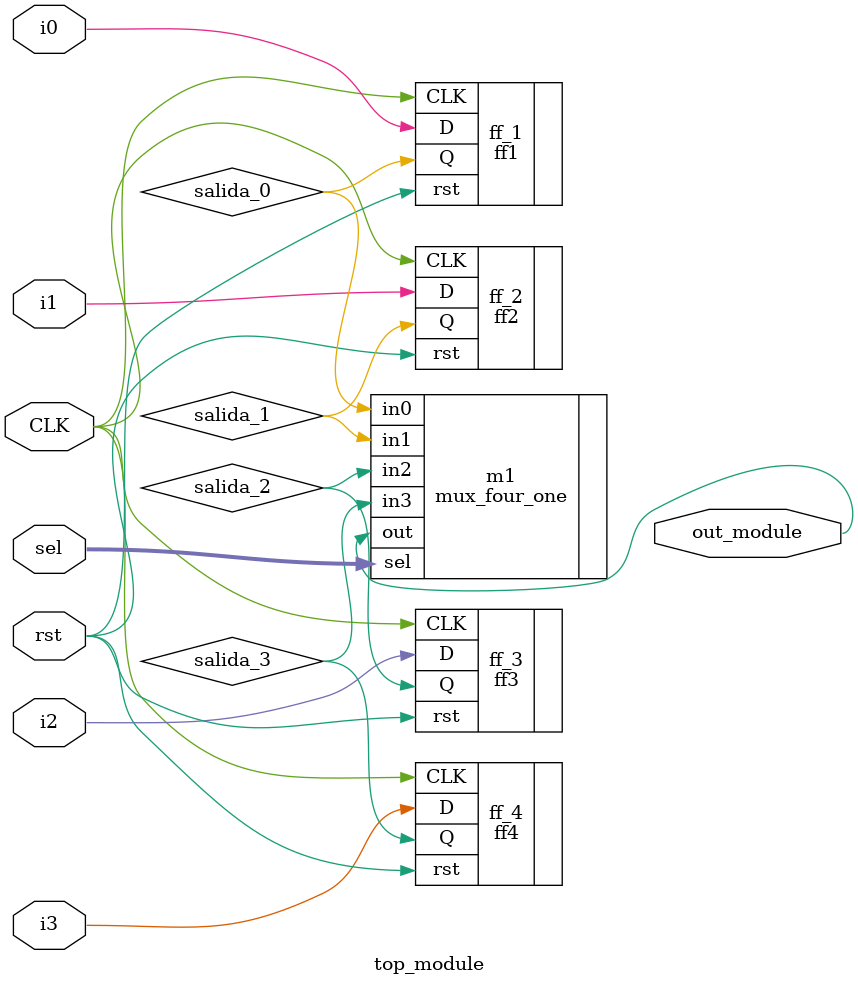
<source format=sv>
`timescale 1ns / 1ps


module top_module(
    input logic i0,i1,i2,i3,CLK,rst,
    input logic [1:0]sel,
    output logic out_module
    );
    
    logic salida_0, salida_1, salida_2, salida_3;
    
    ff1 ff_1(.CLK(CLK), .rst(rst), .D(i0),.Q(salida_0));
    ff2 ff_2(.CLK(CLK), .rst(rst), .D(i1),.Q(salida_1));
    ff3 ff_3(.CLK(CLK), .rst(rst), .D(i2),.Q(salida_2));
    ff4 ff_4(.CLK(CLK), .rst(rst), .D(i3),.Q(salida_3));
    
    mux_four_one m1(.in0(salida_0),.in1(salida_1),.in2(salida_2),.in3(salida_3),.sel(sel),.out(out_module));
    
endmodule

</source>
